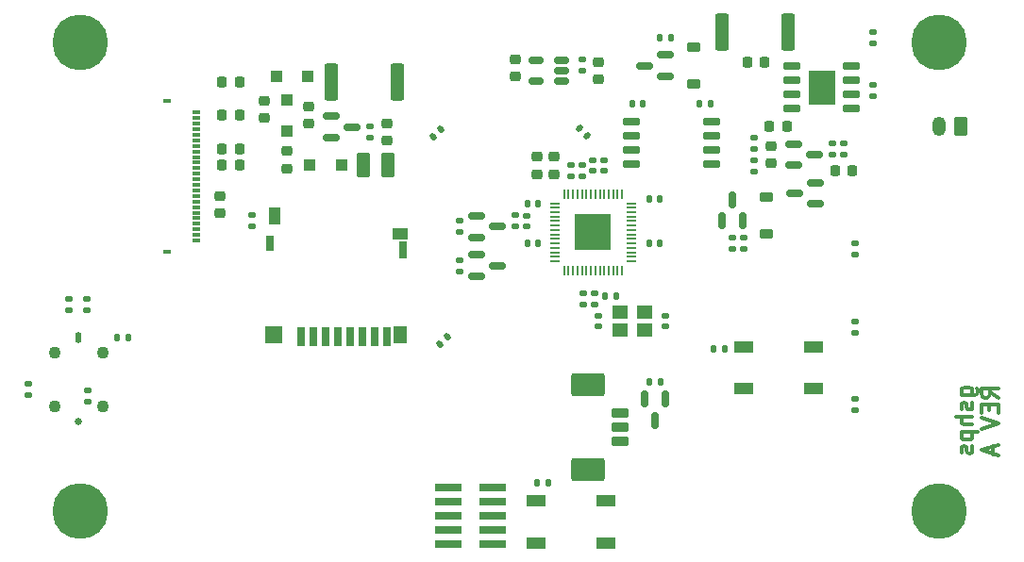
<source format=gbr>
%TF.GenerationSoftware,KiCad,Pcbnew,7.0.7*%
%TF.CreationDate,2023-09-09T23:22:34-07:00*%
%TF.ProjectId,gshps,67736870-732e-46b6-9963-61645f706362,rev?*%
%TF.SameCoordinates,Original*%
%TF.FileFunction,Soldermask,Bot*%
%TF.FilePolarity,Negative*%
%FSLAX46Y46*%
G04 Gerber Fmt 4.6, Leading zero omitted, Abs format (unit mm)*
G04 Created by KiCad (PCBNEW 7.0.7) date 2023-09-09 23:22:34*
%MOMM*%
%LPD*%
G01*
G04 APERTURE LIST*
G04 Aperture macros list*
%AMRoundRect*
0 Rectangle with rounded corners*
0 $1 Rounding radius*
0 $2 $3 $4 $5 $6 $7 $8 $9 X,Y pos of 4 corners*
0 Add a 4 corners polygon primitive as box body*
4,1,4,$2,$3,$4,$5,$6,$7,$8,$9,$2,$3,0*
0 Add four circle primitives for the rounded corners*
1,1,$1+$1,$2,$3*
1,1,$1+$1,$4,$5*
1,1,$1+$1,$6,$7*
1,1,$1+$1,$8,$9*
0 Add four rect primitives between the rounded corners*
20,1,$1+$1,$2,$3,$4,$5,0*
20,1,$1+$1,$4,$5,$6,$7,0*
20,1,$1+$1,$6,$7,$8,$9,0*
20,1,$1+$1,$8,$9,$2,$3,0*%
G04 Aperture macros list end*
%ADD10C,0.300000*%
%ADD11C,5.000000*%
%ADD12C,0.660000*%
%ADD13O,0.580000X1.000000*%
%ADD14C,1.100000*%
%ADD15RoundRect,0.050000X0.387500X0.050000X-0.387500X0.050000X-0.387500X-0.050000X0.387500X-0.050000X0*%
%ADD16RoundRect,0.050000X0.050000X0.387500X-0.050000X0.387500X-0.050000X-0.387500X0.050000X-0.387500X0*%
%ADD17R,3.200000X3.200000*%
%ADD18RoundRect,0.135000X-0.185000X0.135000X-0.185000X-0.135000X0.185000X-0.135000X0.185000X0.135000X0*%
%ADD19RoundRect,0.225000X-0.225000X-0.250000X0.225000X-0.250000X0.225000X0.250000X-0.225000X0.250000X0*%
%ADD20RoundRect,0.140000X-0.140000X-0.170000X0.140000X-0.170000X0.140000X0.170000X-0.140000X0.170000X0*%
%ADD21RoundRect,0.140000X-0.170000X0.140000X-0.170000X-0.140000X0.170000X-0.140000X0.170000X0.140000X0*%
%ADD22RoundRect,0.150000X0.150000X-0.587500X0.150000X0.587500X-0.150000X0.587500X-0.150000X-0.587500X0*%
%ADD23RoundRect,0.225000X0.250000X-0.225000X0.250000X0.225000X-0.250000X0.225000X-0.250000X-0.225000X0*%
%ADD24R,0.700000X1.750000*%
%ADD25R,1.450000X1.000000*%
%ADD26R,1.000000X1.550000*%
%ADD27R,0.800000X1.500000*%
%ADD28R,1.300000X1.500000*%
%ADD29R,1.500000X1.500000*%
%ADD30R,0.800000X1.400000*%
%ADD31RoundRect,0.250000X-0.300000X-0.300000X0.300000X-0.300000X0.300000X0.300000X-0.300000X0.300000X0*%
%ADD32RoundRect,0.135000X-0.135000X-0.185000X0.135000X-0.185000X0.135000X0.185000X-0.135000X0.185000X0*%
%ADD33RoundRect,0.140000X-0.219203X-0.021213X-0.021213X-0.219203X0.219203X0.021213X0.021213X0.219203X0*%
%ADD34RoundRect,0.225000X0.225000X0.250000X-0.225000X0.250000X-0.225000X-0.250000X0.225000X-0.250000X0*%
%ADD35R,0.800000X0.300000*%
%ADD36R,0.800000X0.400000*%
%ADD37R,1.700000X1.000000*%
%ADD38RoundRect,0.150000X0.650000X0.150000X-0.650000X0.150000X-0.650000X-0.150000X0.650000X-0.150000X0*%
%ADD39R,2.410000X3.100000*%
%ADD40RoundRect,0.140000X0.170000X-0.140000X0.170000X0.140000X-0.170000X0.140000X-0.170000X-0.140000X0*%
%ADD41RoundRect,0.150000X-0.587500X-0.150000X0.587500X-0.150000X0.587500X0.150000X-0.587500X0.150000X0*%
%ADD42RoundRect,0.140000X0.140000X0.170000X-0.140000X0.170000X-0.140000X-0.170000X0.140000X-0.170000X0*%
%ADD43RoundRect,0.135000X0.135000X0.185000X-0.135000X0.185000X-0.135000X-0.185000X0.135000X-0.185000X0*%
%ADD44RoundRect,0.135000X0.185000X-0.135000X0.185000X0.135000X-0.185000X0.135000X-0.185000X-0.135000X0*%
%ADD45RoundRect,0.150000X-0.150000X0.587500X-0.150000X-0.587500X0.150000X-0.587500X0.150000X0.587500X0*%
%ADD46RoundRect,0.225000X-0.250000X0.225000X-0.250000X-0.225000X0.250000X-0.225000X0.250000X0.225000X0*%
%ADD47R,2.400000X0.740000*%
%ADD48RoundRect,0.200000X0.600000X-0.200000X0.600000X0.200000X-0.600000X0.200000X-0.600000X-0.200000X0*%
%ADD49RoundRect,0.250001X1.249999X-0.799999X1.249999X0.799999X-1.249999X0.799999X-1.249999X-0.799999X0*%
%ADD50RoundRect,0.250000X-0.362500X-1.425000X0.362500X-1.425000X0.362500X1.425000X-0.362500X1.425000X0*%
%ADD51RoundRect,0.150000X0.587500X0.150000X-0.587500X0.150000X-0.587500X-0.150000X0.587500X-0.150000X0*%
%ADD52RoundRect,0.140000X-0.021213X0.219203X-0.219203X0.021213X0.021213X-0.219203X0.219203X-0.021213X0*%
%ADD53R,1.400000X1.200000*%
%ADD54RoundRect,0.250000X0.300000X0.300000X-0.300000X0.300000X-0.300000X-0.300000X0.300000X-0.300000X0*%
%ADD55RoundRect,0.150000X0.512500X0.150000X-0.512500X0.150000X-0.512500X-0.150000X0.512500X-0.150000X0*%
%ADD56RoundRect,0.225000X0.375000X-0.225000X0.375000X0.225000X-0.375000X0.225000X-0.375000X-0.225000X0*%
%ADD57RoundRect,0.250000X0.300000X-0.300000X0.300000X0.300000X-0.300000X0.300000X-0.300000X-0.300000X0*%
%ADD58RoundRect,0.140000X0.021213X-0.219203X0.219203X-0.021213X-0.021213X0.219203X-0.219203X0.021213X0*%
%ADD59RoundRect,0.250000X0.375000X0.850000X-0.375000X0.850000X-0.375000X-0.850000X0.375000X-0.850000X0*%
%ADD60RoundRect,0.250000X0.350000X0.625000X-0.350000X0.625000X-0.350000X-0.625000X0.350000X-0.625000X0*%
%ADD61O,1.200000X1.750000*%
G04 APERTURE END LIST*
D10*
X199328328Y-70861653D02*
X198614042Y-70361653D01*
X199328328Y-70004510D02*
X197828328Y-70004510D01*
X197828328Y-70004510D02*
X197828328Y-70575939D01*
X197828328Y-70575939D02*
X197899757Y-70718796D01*
X197899757Y-70718796D02*
X197971185Y-70790225D01*
X197971185Y-70790225D02*
X198114042Y-70861653D01*
X198114042Y-70861653D02*
X198328328Y-70861653D01*
X198328328Y-70861653D02*
X198471185Y-70790225D01*
X198471185Y-70790225D02*
X198542614Y-70718796D01*
X198542614Y-70718796D02*
X198614042Y-70575939D01*
X198614042Y-70575939D02*
X198614042Y-70004510D01*
X198542614Y-71504510D02*
X198542614Y-72004510D01*
X199328328Y-72218796D02*
X199328328Y-71504510D01*
X199328328Y-71504510D02*
X197828328Y-71504510D01*
X197828328Y-71504510D02*
X197828328Y-72218796D01*
X197828328Y-72647368D02*
X199328328Y-73147368D01*
X199328328Y-73147368D02*
X197828328Y-73647368D01*
X198899757Y-75218796D02*
X198899757Y-75933082D01*
X199328328Y-75075939D02*
X197828328Y-75575939D01*
X197828328Y-75575939D02*
X199328328Y-76075939D01*
X196028328Y-70647368D02*
X197242614Y-70647368D01*
X197242614Y-70647368D02*
X197385471Y-70575939D01*
X197385471Y-70575939D02*
X197456900Y-70504510D01*
X197456900Y-70504510D02*
X197528328Y-70361653D01*
X197528328Y-70361653D02*
X197528328Y-70147368D01*
X197528328Y-70147368D02*
X197456900Y-70004510D01*
X196956900Y-70647368D02*
X197028328Y-70504510D01*
X197028328Y-70504510D02*
X197028328Y-70218796D01*
X197028328Y-70218796D02*
X196956900Y-70075939D01*
X196956900Y-70075939D02*
X196885471Y-70004510D01*
X196885471Y-70004510D02*
X196742614Y-69933082D01*
X196742614Y-69933082D02*
X196314042Y-69933082D01*
X196314042Y-69933082D02*
X196171185Y-70004510D01*
X196171185Y-70004510D02*
X196099757Y-70075939D01*
X196099757Y-70075939D02*
X196028328Y-70218796D01*
X196028328Y-70218796D02*
X196028328Y-70504510D01*
X196028328Y-70504510D02*
X196099757Y-70647368D01*
X196956900Y-71290225D02*
X197028328Y-71433082D01*
X197028328Y-71433082D02*
X197028328Y-71718796D01*
X197028328Y-71718796D02*
X196956900Y-71861653D01*
X196956900Y-71861653D02*
X196814042Y-71933082D01*
X196814042Y-71933082D02*
X196742614Y-71933082D01*
X196742614Y-71933082D02*
X196599757Y-71861653D01*
X196599757Y-71861653D02*
X196528328Y-71718796D01*
X196528328Y-71718796D02*
X196528328Y-71504511D01*
X196528328Y-71504511D02*
X196456900Y-71361653D01*
X196456900Y-71361653D02*
X196314042Y-71290225D01*
X196314042Y-71290225D02*
X196242614Y-71290225D01*
X196242614Y-71290225D02*
X196099757Y-71361653D01*
X196099757Y-71361653D02*
X196028328Y-71504511D01*
X196028328Y-71504511D02*
X196028328Y-71718796D01*
X196028328Y-71718796D02*
X196099757Y-71861653D01*
X197028328Y-72575939D02*
X195528328Y-72575939D01*
X197028328Y-73218797D02*
X196242614Y-73218797D01*
X196242614Y-73218797D02*
X196099757Y-73147368D01*
X196099757Y-73147368D02*
X196028328Y-73004511D01*
X196028328Y-73004511D02*
X196028328Y-72790225D01*
X196028328Y-72790225D02*
X196099757Y-72647368D01*
X196099757Y-72647368D02*
X196171185Y-72575939D01*
X196028328Y-73933082D02*
X197528328Y-73933082D01*
X196099757Y-73933082D02*
X196028328Y-74075940D01*
X196028328Y-74075940D02*
X196028328Y-74361654D01*
X196028328Y-74361654D02*
X196099757Y-74504511D01*
X196099757Y-74504511D02*
X196171185Y-74575940D01*
X196171185Y-74575940D02*
X196314042Y-74647368D01*
X196314042Y-74647368D02*
X196742614Y-74647368D01*
X196742614Y-74647368D02*
X196885471Y-74575940D01*
X196885471Y-74575940D02*
X196956900Y-74504511D01*
X196956900Y-74504511D02*
X197028328Y-74361654D01*
X197028328Y-74361654D02*
X197028328Y-74075940D01*
X197028328Y-74075940D02*
X196956900Y-73933082D01*
X196956900Y-75218797D02*
X197028328Y-75361654D01*
X197028328Y-75361654D02*
X197028328Y-75647368D01*
X197028328Y-75647368D02*
X196956900Y-75790225D01*
X196956900Y-75790225D02*
X196814042Y-75861654D01*
X196814042Y-75861654D02*
X196742614Y-75861654D01*
X196742614Y-75861654D02*
X196599757Y-75790225D01*
X196599757Y-75790225D02*
X196528328Y-75647368D01*
X196528328Y-75647368D02*
X196528328Y-75433083D01*
X196528328Y-75433083D02*
X196456900Y-75290225D01*
X196456900Y-75290225D02*
X196314042Y-75218797D01*
X196314042Y-75218797D02*
X196242614Y-75218797D01*
X196242614Y-75218797D02*
X196099757Y-75290225D01*
X196099757Y-75290225D02*
X196028328Y-75433083D01*
X196028328Y-75433083D02*
X196028328Y-75647368D01*
X196028328Y-75647368D02*
X196099757Y-75790225D01*
D11*
%TO.C,H4*%
X194000000Y-81000000D03*
%TD*%
D12*
%TO.C,J2*%
X116835000Y-73000000D03*
D13*
X116835000Y-65500000D03*
D14*
X114685000Y-71650000D03*
X118985000Y-71650000D03*
X114685000Y-66850000D03*
X118985000Y-66850000D03*
%TD*%
D11*
%TO.C,H3*%
X117000000Y-81000000D03*
%TD*%
%TO.C,H1*%
X117000000Y-39000000D03*
%TD*%
%TO.C,H2*%
X194000000Y-39000000D03*
%TD*%
D15*
%TO.C,U4*%
X166437500Y-53400000D03*
X166437500Y-53800000D03*
X166437500Y-54200000D03*
X166437500Y-54600000D03*
X166437500Y-55000000D03*
X166437500Y-55400000D03*
X166437500Y-55800000D03*
X166437500Y-56200000D03*
X166437500Y-56600000D03*
X166437500Y-57000000D03*
X166437500Y-57400000D03*
X166437500Y-57800000D03*
X166437500Y-58200000D03*
X166437500Y-58600000D03*
D16*
X165600000Y-59437500D03*
X165200000Y-59437500D03*
X164800000Y-59437500D03*
X164400000Y-59437500D03*
X164000000Y-59437500D03*
X163600000Y-59437500D03*
X163200000Y-59437500D03*
X162800000Y-59437500D03*
X162400000Y-59437500D03*
X162000000Y-59437500D03*
X161600000Y-59437500D03*
X161200000Y-59437500D03*
X160800000Y-59437500D03*
X160400000Y-59437500D03*
D15*
X159562500Y-58600000D03*
X159562500Y-58200000D03*
X159562500Y-57800000D03*
X159562500Y-57400000D03*
X159562500Y-57000000D03*
X159562500Y-56600000D03*
X159562500Y-56200000D03*
X159562500Y-55800000D03*
X159562500Y-55400000D03*
X159562500Y-55000000D03*
X159562500Y-54600000D03*
X159562500Y-54200000D03*
X159562500Y-53800000D03*
X159562500Y-53400000D03*
D16*
X160400000Y-52562500D03*
X160800000Y-52562500D03*
X161200000Y-52562500D03*
X161600000Y-52562500D03*
X162000000Y-52562500D03*
X162400000Y-52562500D03*
X162800000Y-52562500D03*
X163200000Y-52562500D03*
X163600000Y-52562500D03*
X164000000Y-52562500D03*
X164400000Y-52562500D03*
X164800000Y-52562500D03*
X165200000Y-52562500D03*
X165600000Y-52562500D03*
D17*
X163000000Y-56000000D03*
%TD*%
D18*
%TO.C,R8*%
X184500000Y-47990000D03*
X184500000Y-49010000D03*
%TD*%
D19*
%TO.C,C19*%
X184725000Y-50500000D03*
X186275000Y-50500000D03*
%TD*%
D18*
%TO.C,R14*%
X175500000Y-56490000D03*
X175500000Y-57510000D03*
%TD*%
D20*
%TO.C,C11*%
X157120000Y-57000000D03*
X158080000Y-57000000D03*
%TD*%
D19*
%TO.C,C28*%
X129725000Y-50000000D03*
X131275000Y-50000000D03*
%TD*%
D18*
%TO.C,R1*%
X112300000Y-69590000D03*
X112300000Y-70610000D03*
%TD*%
D21*
%TO.C,C14*%
X163000000Y-49520000D03*
X163000000Y-50480000D03*
%TD*%
D22*
%TO.C,Q3*%
X176450000Y-54937500D03*
X174550000Y-54937500D03*
X175500000Y-53062500D03*
%TD*%
D18*
%TO.C,R22*%
X156000000Y-54490000D03*
X156000000Y-55510000D03*
%TD*%
D19*
%TO.C,C29*%
X129725000Y-48500000D03*
X131275000Y-48500000D03*
%TD*%
D23*
%TO.C,C27*%
X129500000Y-54275000D03*
X129500000Y-52725000D03*
%TD*%
D24*
%TO.C,J6*%
X136825000Y-65350000D03*
X137925000Y-65350000D03*
X139025000Y-65350000D03*
X140125000Y-65350000D03*
X141225000Y-65350000D03*
X142325000Y-65350000D03*
X143425000Y-65350000D03*
X144525000Y-65350000D03*
D25*
X145650000Y-56125000D03*
D26*
X134425000Y-54550000D03*
D27*
X145975000Y-57625000D03*
D28*
X145725000Y-65225000D03*
D29*
X134375000Y-65225000D03*
D30*
X134025000Y-56975000D03*
%TD*%
D31*
%TO.C,D6*%
X137600000Y-50000000D03*
X140400000Y-50000000D03*
%TD*%
D32*
%TO.C,R17*%
X172490000Y-44500000D03*
X173510000Y-44500000D03*
%TD*%
D18*
%TO.C,R6*%
X188100000Y-42765000D03*
X188100000Y-43785000D03*
%TD*%
D33*
%TO.C,C6*%
X161760589Y-46660589D03*
X162439411Y-47339411D03*
%TD*%
D34*
%TO.C,C2*%
X178412500Y-40775000D03*
X176862500Y-40775000D03*
%TD*%
D35*
%TO.C,J5*%
X127400000Y-56750000D03*
X127400000Y-56250000D03*
X127400000Y-55750000D03*
X127400000Y-55250000D03*
X127400000Y-54750000D03*
X127400000Y-54250000D03*
X127400000Y-53750000D03*
X127400000Y-53250000D03*
X127400000Y-52750000D03*
X127400000Y-52250000D03*
X127400000Y-51750000D03*
X127400000Y-51250000D03*
X127400000Y-50750000D03*
X127400000Y-50250000D03*
X127400000Y-49750000D03*
X127400000Y-49250000D03*
X127400000Y-48750000D03*
X127400000Y-48250000D03*
X127400000Y-47750000D03*
X127400000Y-47250000D03*
X127400000Y-46750000D03*
X127400000Y-46250000D03*
X127400000Y-45750000D03*
X127400000Y-45250000D03*
D36*
X124750000Y-57750000D03*
X124750000Y-44250000D03*
%TD*%
D37*
%TO.C,SW2*%
X176489642Y-70070000D03*
X182789642Y-70070000D03*
X176489642Y-66270000D03*
X182789642Y-66270000D03*
%TD*%
D18*
%TO.C,R10*%
X177437500Y-47540000D03*
X177437500Y-48560000D03*
%TD*%
D19*
%TO.C,C30*%
X129725000Y-45500000D03*
X131275000Y-45500000D03*
%TD*%
D21*
%TO.C,C22*%
X169500000Y-63520000D03*
X169500000Y-64480000D03*
%TD*%
D38*
%TO.C,U1*%
X186150000Y-41095000D03*
X186150000Y-42365000D03*
X186150000Y-43635000D03*
X186150000Y-44905000D03*
X180850000Y-44905000D03*
X180850000Y-43635000D03*
X180850000Y-42365000D03*
X180850000Y-41095000D03*
D39*
X183500000Y-43000000D03*
%TD*%
D18*
%TO.C,R9*%
X185500000Y-47990000D03*
X185500000Y-49010000D03*
%TD*%
D40*
%TO.C,C10*%
X163100000Y-62480000D03*
X163100000Y-61520000D03*
%TD*%
D18*
%TO.C,R27*%
X186500000Y-56990000D03*
X186500000Y-58010000D03*
%TD*%
D20*
%TO.C,C21*%
X166520000Y-44500000D03*
X167480000Y-44500000D03*
%TD*%
D18*
%TO.C,R13*%
X161000000Y-49980001D03*
X161000000Y-51000001D03*
%TD*%
D41*
%TO.C,Q7*%
X152562500Y-59950000D03*
X152562500Y-58050000D03*
X154437500Y-59000000D03*
%TD*%
D38*
%TO.C,U3*%
X173600000Y-46095000D03*
X173600000Y-47365000D03*
X173600000Y-48635000D03*
X173600000Y-49905000D03*
X166400000Y-49905000D03*
X166400000Y-48635000D03*
X166400000Y-47365000D03*
X166400000Y-46095000D03*
%TD*%
D42*
%TO.C,C12*%
X169000000Y-57000000D03*
X168040000Y-57000000D03*
%TD*%
D43*
%TO.C,R19*%
X169060000Y-69437500D03*
X168040000Y-69437500D03*
%TD*%
D44*
%TO.C,R31*%
X132400000Y-55510000D03*
X132400000Y-54490000D03*
%TD*%
D45*
%TO.C,Q5*%
X167600000Y-71000000D03*
X169500000Y-71000000D03*
X168550000Y-72875000D03*
%TD*%
D21*
%TO.C,C8*%
X164000000Y-49520000D03*
X164000000Y-50480000D03*
%TD*%
D46*
%TO.C,C20*%
X163500000Y-40725000D03*
X163500000Y-42275000D03*
%TD*%
D40*
%TO.C,C24*%
X143000000Y-47480000D03*
X143000000Y-46520000D03*
%TD*%
D42*
%TO.C,C13*%
X169000000Y-53000000D03*
X168040000Y-53000000D03*
%TD*%
D18*
%TO.C,R28*%
X186500000Y-63990000D03*
X186500000Y-65010000D03*
%TD*%
D47*
%TO.C,J4*%
X150050000Y-84040000D03*
X153950000Y-84040000D03*
X150050000Y-82770000D03*
X153950000Y-82770000D03*
X150050000Y-81500000D03*
X153950000Y-81500000D03*
X150050000Y-80230000D03*
X153950000Y-80230000D03*
X150050000Y-78960000D03*
X153950000Y-78960000D03*
%TD*%
D48*
%TO.C,J3*%
X165400000Y-74750000D03*
X165400000Y-73500000D03*
X165400000Y-72250000D03*
D49*
X162500000Y-77300000D03*
X162500000Y-69700000D03*
%TD*%
D23*
%TO.C,C31*%
X133500000Y-45775000D03*
X133500000Y-44225000D03*
%TD*%
D40*
%TO.C,C3*%
X117700000Y-71180000D03*
X117700000Y-70220000D03*
%TD*%
D37*
%TO.C,SW3*%
X157850000Y-83900000D03*
X164150000Y-83900000D03*
X157850000Y-80100000D03*
X164150000Y-80100000D03*
%TD*%
D46*
%TO.C,C16*%
X158000000Y-49225000D03*
X158000000Y-50775000D03*
%TD*%
D41*
%TO.C,Q1*%
X181000000Y-50000000D03*
X181000000Y-48100000D03*
X182875000Y-49050000D03*
%TD*%
D50*
%TO.C,R2*%
X174537500Y-38000000D03*
X180462500Y-38000000D03*
%TD*%
D43*
%TO.C,R18*%
X174810000Y-66500000D03*
X173790000Y-66500000D03*
%TD*%
D40*
%TO.C,R24*%
X157000000Y-55480000D03*
X157000000Y-54520000D03*
%TD*%
D23*
%TO.C,C25*%
X144500000Y-47775000D03*
X144500000Y-46225000D03*
%TD*%
D51*
%TO.C,Q4*%
X182937500Y-51550000D03*
X182937500Y-53450000D03*
X181062500Y-52500000D03*
%TD*%
D46*
%TO.C,C15*%
X159500000Y-49225000D03*
X159500000Y-50775000D03*
%TD*%
D52*
%TO.C,C5*%
X149339411Y-46760589D03*
X148660589Y-47439411D03*
%TD*%
D53*
%TO.C,Y1*%
X165400000Y-63200000D03*
X167600000Y-63200000D03*
X167600000Y-64800000D03*
X165400000Y-64800000D03*
%TD*%
D46*
%TO.C,C17*%
X156000000Y-40500000D03*
X156000000Y-42050000D03*
%TD*%
D23*
%TO.C,C32*%
X137500000Y-46275000D03*
X137500000Y-44725000D03*
%TD*%
D20*
%TO.C,C9*%
X157120000Y-53400000D03*
X158080000Y-53400000D03*
%TD*%
D44*
%TO.C,R12*%
X176500000Y-57510000D03*
X176500000Y-56490000D03*
%TD*%
D54*
%TO.C,D8*%
X137400000Y-42000000D03*
X134600000Y-42000000D03*
%TD*%
D32*
%TO.C,R3*%
X120290000Y-65500000D03*
X121310000Y-65500000D03*
%TD*%
D19*
%TO.C,C33*%
X129725000Y-42500000D03*
X131275000Y-42500000D03*
%TD*%
D46*
%TO.C,C18*%
X178937500Y-48275000D03*
X178937500Y-49825000D03*
%TD*%
D43*
%TO.C,R20*%
X165110000Y-61700000D03*
X164090000Y-61700000D03*
%TD*%
D18*
%TO.C,R21*%
X188100000Y-37990000D03*
X188100000Y-39010000D03*
%TD*%
D51*
%TO.C,Q2*%
X169500000Y-40100000D03*
X169500000Y-42000000D03*
X167625000Y-41050000D03*
%TD*%
D55*
%TO.C,U2*%
X160137500Y-40550000D03*
X160137500Y-41500000D03*
X160137500Y-42450000D03*
X157862500Y-42450000D03*
X157862500Y-40550000D03*
%TD*%
D50*
%TO.C,R30*%
X139537500Y-42500000D03*
X145462500Y-42500000D03*
%TD*%
D18*
%TO.C,R7*%
X162000000Y-40490000D03*
X162000000Y-41510000D03*
%TD*%
D34*
%TO.C,C1*%
X180375000Y-46500000D03*
X178825000Y-46500000D03*
%TD*%
D18*
%TO.C,R29*%
X186500000Y-70990000D03*
X186500000Y-72010000D03*
%TD*%
D44*
%TO.C,R16*%
X177437500Y-50560000D03*
X177437500Y-49540000D03*
%TD*%
D56*
%TO.C,D3*%
X172000000Y-42650000D03*
X172000000Y-39350000D03*
%TD*%
D57*
%TO.C,D7*%
X135500000Y-46900000D03*
X135500000Y-44100000D03*
%TD*%
D58*
%TO.C,C4*%
X149260589Y-66039411D03*
X149939411Y-65360589D03*
%TD*%
D41*
%TO.C,Q6*%
X152562500Y-56450000D03*
X152562500Y-54550000D03*
X154437500Y-55500000D03*
%TD*%
D44*
%TO.C,R26*%
X151000000Y-59510000D03*
X151000000Y-58490000D03*
%TD*%
D40*
%TO.C,C7*%
X162100000Y-62480000D03*
X162100000Y-61520000D03*
%TD*%
D59*
%TO.C,L1*%
X144575000Y-50000000D03*
X142425000Y-50000000D03*
%TD*%
D43*
%TO.C,R15*%
X170010000Y-38500000D03*
X168990000Y-38500000D03*
%TD*%
D40*
%TO.C,C23*%
X163500000Y-64480000D03*
X163500000Y-63520000D03*
%TD*%
D41*
%TO.C,Q8*%
X139500000Y-47500000D03*
X139500000Y-45600000D03*
X141375000Y-46550000D03*
%TD*%
D43*
%TO.C,R25*%
X159010000Y-78500000D03*
X157990000Y-78500000D03*
%TD*%
D18*
%TO.C,R23*%
X151000000Y-54990000D03*
X151000000Y-56010000D03*
%TD*%
%TO.C,R11*%
X162000000Y-49990000D03*
X162000000Y-51010000D03*
%TD*%
D56*
%TO.C,D4*%
X178500000Y-56150000D03*
X178500000Y-52850000D03*
%TD*%
D18*
%TO.C,R5*%
X117600000Y-61990000D03*
X117600000Y-63010000D03*
%TD*%
D23*
%TO.C,C26*%
X135500000Y-50275000D03*
X135500000Y-48725000D03*
%TD*%
D18*
%TO.C,R4*%
X116000000Y-61990000D03*
X116000000Y-63010000D03*
%TD*%
D60*
%TO.C,J1*%
X196000000Y-46500000D03*
D61*
X194000000Y-46500000D03*
%TD*%
M02*

</source>
